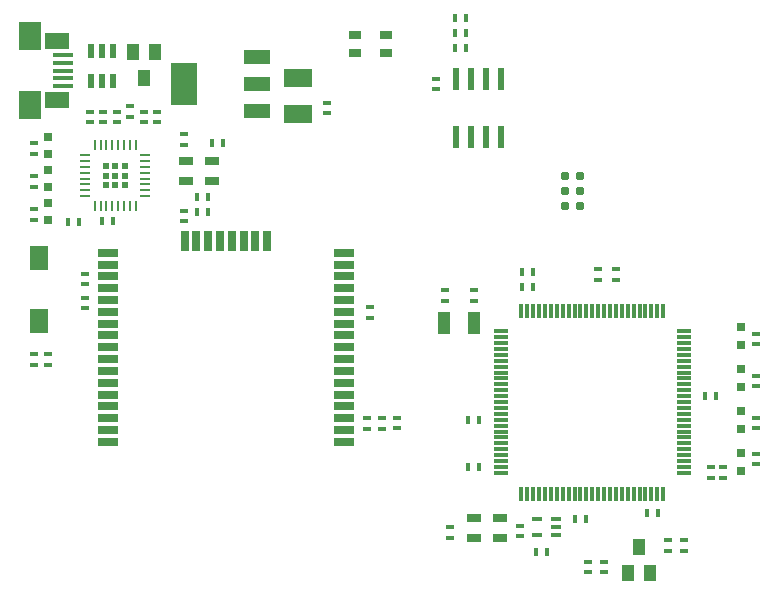
<source format=gtp>
G75*
%MOIN*%
%OFA0B0*%
%FSLAX25Y25*%
%IPPOS*%
%LPD*%
%AMOC8*
5,1,8,0,0,1.08239X$1,22.5*
%
%ADD10R,0.01800X0.03000*%
%ADD11R,0.03000X0.01800*%
%ADD12R,0.04331X0.07480*%
%ADD13R,0.03150X0.03150*%
%ADD14R,0.06693X0.02756*%
%ADD15R,0.02756X0.06693*%
%ADD16R,0.02200X0.07800*%
%ADD17R,0.03937X0.05512*%
%ADD18R,0.05000X0.02500*%
%ADD19R,0.01260X0.04724*%
%ADD20R,0.04724X0.01260*%
%ADD21R,0.01142X0.03543*%
%ADD22R,0.03543X0.01142*%
%ADD23R,0.01969X0.01969*%
%ADD24R,0.09449X0.06299*%
%ADD25R,0.06693X0.01772*%
%ADD26R,0.08268X0.05807*%
%ADD27R,0.07480X0.09350*%
%ADD28R,0.08800X0.04800*%
%ADD29R,0.08661X0.14173*%
%ADD30R,0.06299X0.07874*%
%ADD31R,0.02165X0.04724*%
%ADD32C,0.03100*%
%ADD33R,0.03937X0.03150*%
%ADD34R,0.03543X0.01575*%
D10*
X0097200Y0128000D03*
X0100800Y0128000D03*
X0108700Y0128500D03*
X0112300Y0128500D03*
X0140200Y0131500D03*
X0143800Y0131500D03*
X0143800Y0136500D03*
X0140200Y0136500D03*
X0145200Y0154500D03*
X0148800Y0154500D03*
X0226200Y0186000D03*
X0229800Y0186000D03*
X0229800Y0191000D03*
X0226200Y0191000D03*
X0226200Y0196000D03*
X0229800Y0196000D03*
X0248700Y0111500D03*
X0252300Y0111500D03*
X0252300Y0106500D03*
X0248700Y0106500D03*
X0234300Y0062000D03*
X0230700Y0062000D03*
X0230700Y0046500D03*
X0234300Y0046500D03*
X0266200Y0029000D03*
X0269800Y0029000D03*
X0256800Y0018000D03*
X0253200Y0018000D03*
X0290200Y0031000D03*
X0293800Y0031000D03*
X0309700Y0070000D03*
X0313300Y0070000D03*
D11*
X0086000Y0080452D03*
X0086000Y0084052D03*
X0090500Y0084048D03*
X0090500Y0080448D03*
X0103000Y0099200D03*
X0103000Y0102800D03*
X0103000Y0107200D03*
X0103000Y0110800D03*
X0086000Y0128700D03*
X0086000Y0132300D03*
X0086000Y0139700D03*
X0086000Y0143300D03*
X0086000Y0150700D03*
X0086000Y0154300D03*
X0104500Y0161200D03*
X0104500Y0164800D03*
X0109000Y0164800D03*
X0109000Y0161200D03*
X0113500Y0161200D03*
X0113500Y0164800D03*
X0118000Y0163000D03*
X0118000Y0166600D03*
X0122500Y0164800D03*
X0122500Y0161200D03*
X0127000Y0161200D03*
X0127000Y0164800D03*
X0136000Y0157300D03*
X0136000Y0153700D03*
X0136000Y0131800D03*
X0136000Y0128200D03*
X0183500Y0164200D03*
X0183500Y0167800D03*
X0220000Y0172200D03*
X0220000Y0175800D03*
X0274000Y0112300D03*
X0274000Y0108700D03*
X0280000Y0108700D03*
X0280000Y0112300D03*
X0232500Y0105300D03*
X0232500Y0101700D03*
X0223000Y0101700D03*
X0223000Y0105300D03*
X0198000Y0099548D03*
X0198000Y0095948D03*
X0197000Y0062552D03*
X0197000Y0058952D03*
X0202000Y0058948D03*
X0207000Y0059200D03*
X0207000Y0062800D03*
X0202000Y0062548D03*
X0224500Y0026300D03*
X0224500Y0022700D03*
X0248000Y0023200D03*
X0248000Y0026800D03*
X0270500Y0014800D03*
X0270500Y0011200D03*
X0276000Y0011200D03*
X0276000Y0014800D03*
X0297100Y0018500D03*
X0297100Y0022100D03*
X0302600Y0022000D03*
X0302600Y0018400D03*
X0311500Y0042700D03*
X0311500Y0046300D03*
X0315500Y0046300D03*
X0315500Y0042700D03*
X0326500Y0047200D03*
X0326500Y0050800D03*
X0326500Y0059200D03*
X0326500Y0062800D03*
X0326500Y0073200D03*
X0326500Y0076800D03*
X0326500Y0087200D03*
X0326500Y0090800D03*
D12*
X0232421Y0094500D03*
X0222579Y0094500D03*
D13*
X0321500Y0092953D03*
X0321500Y0087047D03*
X0321500Y0078953D03*
X0321500Y0073047D03*
X0321500Y0064953D03*
X0321500Y0059047D03*
X0321500Y0050953D03*
X0321500Y0045047D03*
X0090500Y0128547D03*
X0090500Y0134453D03*
X0090500Y0139547D03*
X0090500Y0145453D03*
X0090500Y0150547D03*
X0090500Y0156453D03*
D14*
X0110500Y0117748D03*
X0110500Y0113811D03*
X0110500Y0109874D03*
X0110500Y0105937D03*
X0110500Y0102000D03*
X0110500Y0098063D03*
X0110500Y0094126D03*
X0110500Y0090189D03*
X0110500Y0086252D03*
X0110500Y0082315D03*
X0110500Y0078378D03*
X0110500Y0074441D03*
X0110500Y0070504D03*
X0110500Y0066567D03*
X0110500Y0062630D03*
X0110500Y0058693D03*
X0110500Y0054756D03*
X0189240Y0054756D03*
X0189240Y0058693D03*
X0189240Y0062630D03*
X0189240Y0066567D03*
X0189240Y0070504D03*
X0189240Y0074441D03*
X0189240Y0078378D03*
X0189240Y0082315D03*
X0189240Y0086252D03*
X0189240Y0090189D03*
X0189240Y0094126D03*
X0189240Y0098063D03*
X0189240Y0102000D03*
X0189240Y0105937D03*
X0189240Y0109874D03*
X0189240Y0113811D03*
X0189240Y0117748D03*
D15*
X0163650Y0121685D03*
X0159713Y0121685D03*
X0155776Y0121685D03*
X0151839Y0121685D03*
X0147902Y0121685D03*
X0143965Y0121685D03*
X0140028Y0121685D03*
X0136091Y0121685D03*
D16*
X0226500Y0156300D03*
X0231500Y0156300D03*
X0236500Y0156300D03*
X0241500Y0156300D03*
X0241500Y0175700D03*
X0236500Y0175700D03*
X0231500Y0175700D03*
X0226500Y0175700D03*
D17*
X0126240Y0184831D03*
X0118760Y0184831D03*
X0122500Y0176169D03*
X0287500Y0019831D03*
X0283760Y0011169D03*
X0291240Y0011169D03*
D18*
X0241300Y0022700D03*
X0241300Y0029300D03*
X0232700Y0029300D03*
X0232700Y0022700D03*
X0145300Y0141700D03*
X0145300Y0148300D03*
X0136700Y0148300D03*
X0136700Y0141700D03*
D19*
X0248378Y0098512D03*
X0250346Y0098512D03*
X0252315Y0098512D03*
X0254283Y0098512D03*
X0256252Y0098512D03*
X0258220Y0098512D03*
X0260189Y0098512D03*
X0262157Y0098512D03*
X0264126Y0098512D03*
X0266094Y0098512D03*
X0268063Y0098512D03*
X0270031Y0098512D03*
X0272000Y0098512D03*
X0273969Y0098512D03*
X0275937Y0098512D03*
X0277906Y0098512D03*
X0279874Y0098512D03*
X0281843Y0098512D03*
X0283811Y0098512D03*
X0285780Y0098512D03*
X0287748Y0098512D03*
X0289717Y0098512D03*
X0291685Y0098512D03*
X0293654Y0098512D03*
X0295622Y0098512D03*
X0295622Y0037488D03*
X0293654Y0037488D03*
X0291685Y0037488D03*
X0289717Y0037488D03*
X0287748Y0037488D03*
X0285780Y0037488D03*
X0283811Y0037488D03*
X0281843Y0037488D03*
X0279874Y0037488D03*
X0277906Y0037488D03*
X0275937Y0037488D03*
X0273969Y0037488D03*
X0272000Y0037488D03*
X0270031Y0037488D03*
X0268063Y0037488D03*
X0266094Y0037488D03*
X0264126Y0037488D03*
X0262157Y0037488D03*
X0260189Y0037488D03*
X0258220Y0037488D03*
X0256252Y0037488D03*
X0254283Y0037488D03*
X0252315Y0037488D03*
X0250346Y0037488D03*
X0248378Y0037488D03*
D20*
X0241488Y0044378D03*
X0241488Y0046346D03*
X0241488Y0048315D03*
X0241488Y0050283D03*
X0241488Y0052252D03*
X0241488Y0054220D03*
X0241488Y0056189D03*
X0241488Y0058157D03*
X0241488Y0060126D03*
X0241488Y0062094D03*
X0241488Y0064063D03*
X0241488Y0066031D03*
X0241488Y0068000D03*
X0241488Y0069969D03*
X0241488Y0071937D03*
X0241488Y0073906D03*
X0241488Y0075874D03*
X0241488Y0077843D03*
X0241488Y0079811D03*
X0241488Y0081780D03*
X0241488Y0083748D03*
X0241488Y0085717D03*
X0241488Y0087685D03*
X0241488Y0089654D03*
X0241488Y0091622D03*
X0302512Y0091622D03*
X0302512Y0089654D03*
X0302512Y0087685D03*
X0302512Y0085717D03*
X0302512Y0083748D03*
X0302512Y0081780D03*
X0302512Y0079811D03*
X0302512Y0077843D03*
X0302512Y0075874D03*
X0302512Y0073906D03*
X0302512Y0071937D03*
X0302512Y0069969D03*
X0302512Y0068000D03*
X0302512Y0066031D03*
X0302512Y0064063D03*
X0302512Y0062094D03*
X0302512Y0060126D03*
X0302512Y0058157D03*
X0302512Y0056189D03*
X0302512Y0054220D03*
X0302512Y0052252D03*
X0302512Y0050283D03*
X0302512Y0048315D03*
X0302512Y0046346D03*
X0302512Y0044378D03*
D21*
X0119890Y0133461D03*
X0117921Y0133461D03*
X0115953Y0133461D03*
X0113984Y0133461D03*
X0112016Y0133461D03*
X0110047Y0133461D03*
X0108079Y0133461D03*
X0106110Y0133461D03*
X0106110Y0153539D03*
X0108079Y0153539D03*
X0110047Y0153539D03*
X0112016Y0153539D03*
X0113984Y0153539D03*
X0115953Y0153539D03*
X0117921Y0153539D03*
X0119890Y0153539D03*
D22*
X0123039Y0150390D03*
X0123039Y0148421D03*
X0123039Y0146453D03*
X0123039Y0144484D03*
X0123039Y0142516D03*
X0123039Y0140547D03*
X0123039Y0138579D03*
X0123039Y0136610D03*
X0102961Y0136610D03*
X0102961Y0138579D03*
X0102961Y0140547D03*
X0102961Y0142516D03*
X0102961Y0144484D03*
X0102961Y0146453D03*
X0102961Y0148421D03*
X0102961Y0150390D03*
D23*
X0109850Y0146650D03*
X0109850Y0143500D03*
X0109850Y0140350D03*
X0113000Y0140350D03*
X0116150Y0140350D03*
X0116150Y0143500D03*
X0116150Y0146650D03*
X0113000Y0146650D03*
X0113000Y0143500D03*
D24*
X0174000Y0164094D03*
X0174000Y0175906D03*
D25*
X0095524Y0175941D03*
X0095524Y0178500D03*
X0095524Y0181059D03*
X0095524Y0183618D03*
X0095524Y0173382D03*
D26*
X0093555Y0168657D03*
X0093555Y0188343D03*
D27*
X0084500Y0190114D03*
X0084500Y0166886D03*
D28*
X0160200Y0164900D03*
X0160200Y0174000D03*
X0160200Y0183100D03*
D29*
X0135799Y0174000D03*
D30*
X0087500Y0116130D03*
X0087500Y0094870D03*
D31*
X0104760Y0174882D03*
X0108500Y0174882D03*
X0112240Y0174882D03*
X0112240Y0185118D03*
X0108500Y0185118D03*
X0104760Y0185118D03*
D32*
X0263000Y0143500D03*
X0268000Y0143500D03*
X0268000Y0138500D03*
X0263000Y0138500D03*
X0263000Y0133500D03*
X0268000Y0133500D03*
D33*
X0203118Y0184500D03*
X0203118Y0190500D03*
X0192882Y0190500D03*
X0192882Y0184500D03*
D34*
X0253650Y0028859D03*
X0253650Y0023741D03*
X0259950Y0023741D03*
X0259950Y0026300D03*
X0259950Y0028859D03*
M02*

</source>
